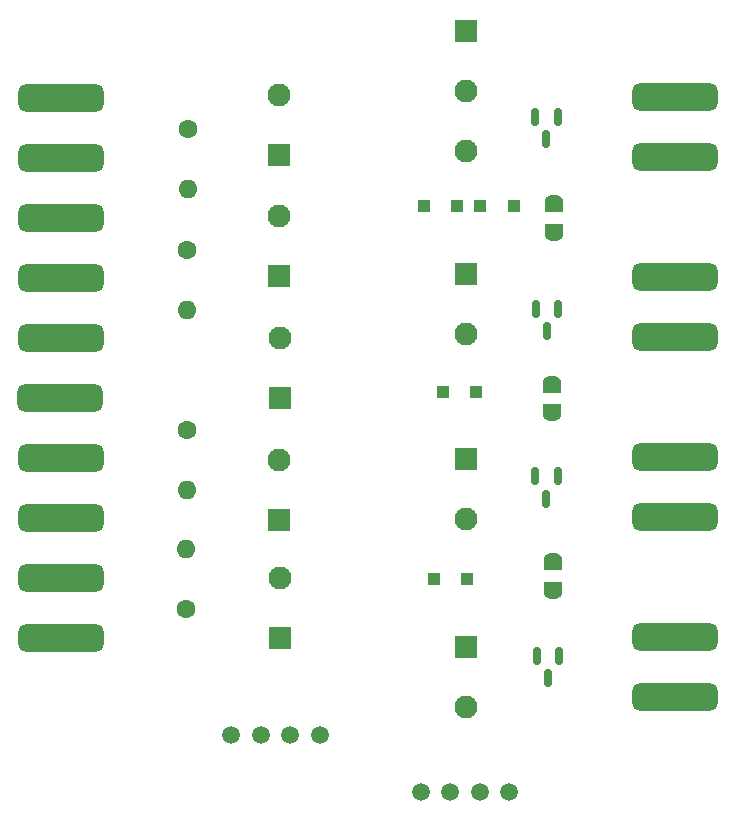
<source format=gbr>
%TF.GenerationSoftware,KiCad,Pcbnew,7.0.10*%
%TF.CreationDate,2024-07-22T08:22:22-04:00*%
%TF.ProjectId,12.X.1 - PLC Connector Combined,31322e58-2e31-4202-9d20-504c4320436f,rev?*%
%TF.SameCoordinates,Original*%
%TF.FileFunction,Soldermask,Top*%
%TF.FilePolarity,Negative*%
%FSLAX46Y46*%
G04 Gerber Fmt 4.6, Leading zero omitted, Abs format (unit mm)*
G04 Created by KiCad (PCBNEW 7.0.10) date 2024-07-22 08:22:22*
%MOMM*%
%LPD*%
G01*
G04 APERTURE LIST*
G04 Aperture macros list*
%AMRoundRect*
0 Rectangle with rounded corners*
0 $1 Rounding radius*
0 $2 $3 $4 $5 $6 $7 $8 $9 X,Y pos of 4 corners*
0 Add a 4 corners polygon primitive as box body*
4,1,4,$2,$3,$4,$5,$6,$7,$8,$9,$2,$3,0*
0 Add four circle primitives for the rounded corners*
1,1,$1+$1,$2,$3*
1,1,$1+$1,$4,$5*
1,1,$1+$1,$6,$7*
1,1,$1+$1,$8,$9*
0 Add four rect primitives between the rounded corners*
20,1,$1+$1,$2,$3,$4,$5,0*
20,1,$1+$1,$4,$5,$6,$7,0*
20,1,$1+$1,$6,$7,$8,$9,0*
20,1,$1+$1,$8,$9,$2,$3,0*%
%AMFreePoly0*
4,1,19,0.750000,-0.750000,-0.200000,-0.750000,-0.200000,-0.744911,-0.221157,-0.744911,-0.357708,-0.704816,-0.477430,-0.627875,-0.570627,-0.520320,-0.629746,-0.390866,-0.650000,-0.250000,-0.650000,0.250000,-0.629746,0.390866,-0.570627,0.520320,-0.477430,0.627875,-0.357708,0.704816,-0.221157,0.744911,-0.200000,0.744911,-0.200000,0.750000,0.750000,0.750000,0.750000,-0.750000,0.750000,-0.750000,
$1*%
%AMFreePoly1*
4,1,19,0.200000,0.744911,0.221157,0.744911,0.357708,0.704816,0.477430,0.627875,0.570627,0.520320,0.629746,0.390866,0.650000,0.250000,0.650000,-0.250000,0.629746,-0.390866,0.570627,-0.520320,0.477430,-0.627875,0.357708,-0.704816,0.221157,-0.744911,0.200000,-0.744911,0.200000,-0.750000,-0.750000,-0.750000,-0.750000,0.750000,0.200000,0.750000,0.200000,0.744911,0.200000,0.744911,
$1*%
G04 Aperture macros list end*
%ADD10C,1.498600*%
%ADD11FreePoly0,270.000000*%
%ADD12FreePoly1,270.000000*%
%ADD13C,1.600000*%
%ADD14O,1.600000X1.600000*%
%ADD15RoundRect,0.572500X-3.045750X-0.572500X3.045750X-0.572500X3.045750X0.572500X-3.045750X0.572500X0*%
%ADD16R,1.950000X1.950000*%
%ADD17C,1.950000*%
%ADD18RoundRect,0.150000X-0.150000X0.587500X-0.150000X-0.587500X0.150000X-0.587500X0.150000X0.587500X0*%
%ADD19RoundRect,0.250000X-0.300000X-0.300000X0.300000X-0.300000X0.300000X0.300000X-0.300000X0.300000X0*%
%ADD20RoundRect,0.250000X0.300000X0.300000X-0.300000X0.300000X-0.300000X-0.300000X0.300000X-0.300000X0*%
G04 APERTURE END LIST*
D10*
%TO.C,J321*%
X157095050Y-135824601D03*
X154595050Y-135824601D03*
X152095050Y-135824601D03*
X149595050Y-135824601D03*
%TD*%
D11*
%TO.C,JP303*%
X160778250Y-116335000D03*
D12*
X160778250Y-118835000D03*
%TD*%
D11*
%TO.C,JP302*%
X160698250Y-101295000D03*
D12*
X160698250Y-103795000D03*
%TD*%
D11*
%TO.C,JP301*%
X160888250Y-86015000D03*
D12*
X160888250Y-88515000D03*
%TD*%
D13*
%TO.C,R203*%
X129778250Y-89942224D03*
D14*
X129778250Y-95022224D03*
%TD*%
D15*
%TO.C,J307*%
X171148250Y-122735000D03*
%TD*%
D16*
%TO.C,J318*%
X153468250Y-92040000D03*
D17*
X153468250Y-97120000D03*
%TD*%
D18*
%TO.C,D305*%
X161338250Y-124327500D03*
X159438250Y-124327500D03*
X160388250Y-126202500D03*
%TD*%
D15*
%TO.C,J202*%
X119158250Y-117739446D03*
%TD*%
%TO.C,J201*%
X119138250Y-122827224D03*
%TD*%
D16*
%TO.C,J317*%
X153468250Y-71405000D03*
D17*
X153468250Y-76485000D03*
X153468250Y-81565000D03*
%TD*%
D19*
%TO.C,D301*%
X149860750Y-86285000D03*
X152660750Y-86285000D03*
%TD*%
D15*
%TO.C,J204*%
X119158250Y-107593890D03*
%TD*%
%TO.C,J210*%
X119138250Y-77127224D03*
%TD*%
%TO.C,J315*%
X171158250Y-107515000D03*
%TD*%
D16*
%TO.C,J222*%
X137658250Y-102482224D03*
D17*
X137658250Y-97402224D03*
%TD*%
D15*
%TO.C,J206*%
X119168250Y-97428334D03*
%TD*%
D20*
%TO.C,D302*%
X154288250Y-102025000D03*
X151488250Y-102025000D03*
%TD*%
D13*
%TO.C,R202*%
X129778250Y-105237224D03*
D14*
X129778250Y-110317224D03*
%TD*%
D15*
%TO.C,J207*%
X119168250Y-92340556D03*
%TD*%
D13*
%TO.C,R201*%
X129738250Y-120332224D03*
D14*
X129738250Y-115252224D03*
%TD*%
D16*
%TO.C,J225*%
X137628250Y-92157224D03*
D17*
X137628250Y-87077224D03*
%TD*%
D18*
%TO.C,D308*%
X161238250Y-94927500D03*
X159338250Y-94927500D03*
X160288250Y-96802500D03*
%TD*%
%TO.C,D307*%
X161198250Y-78697500D03*
X159298250Y-78697500D03*
X160248250Y-80572500D03*
%TD*%
D15*
%TO.C,J311*%
X171138250Y-92255000D03*
%TD*%
%TO.C,J310*%
X171128250Y-82105000D03*
%TD*%
D20*
%TO.C,D304*%
X157468250Y-86285000D03*
X154668250Y-86285000D03*
%TD*%
D17*
%TO.C,J319*%
X153418250Y-128680000D03*
D16*
X153418250Y-123600000D03*
%TD*%
%TO.C,J223*%
X137608250Y-81947224D03*
D17*
X137608250Y-76867224D03*
%TD*%
D15*
%TO.C,J316*%
X171156500Y-112570000D03*
%TD*%
%TO.C,J209*%
X119138250Y-82185000D03*
%TD*%
D16*
%TO.C,J224*%
X137658250Y-122857224D03*
D17*
X137658250Y-117777224D03*
%TD*%
D15*
%TO.C,J309*%
X171128250Y-77025000D03*
%TD*%
%TO.C,J312*%
X171158250Y-97345000D03*
%TD*%
D16*
%TO.C,J221*%
X137628250Y-112837224D03*
D17*
X137628250Y-107757224D03*
%TD*%
D10*
%TO.C,J226*%
X141048250Y-131047224D03*
X138548250Y-131047224D03*
X136048250Y-131047224D03*
X133548250Y-131047224D03*
%TD*%
D15*
%TO.C,J208*%
X119158250Y-87282778D03*
%TD*%
%TO.C,J308*%
X171148250Y-127825000D03*
%TD*%
%TO.C,J203*%
X119168250Y-112661668D03*
%TD*%
D18*
%TO.C,D306*%
X161198250Y-109137500D03*
X159298250Y-109137500D03*
X160248250Y-111012500D03*
%TD*%
D13*
%TO.C,R204*%
X129868250Y-79722224D03*
D14*
X129868250Y-84802224D03*
%TD*%
D20*
%TO.C,D303*%
X153555750Y-117795000D03*
X150755750Y-117795000D03*
%TD*%
D15*
%TO.C,J205*%
X119088250Y-102536112D03*
%TD*%
D16*
%TO.C,J320*%
X153448250Y-107655000D03*
D17*
X153448250Y-112735000D03*
%TD*%
M02*

</source>
